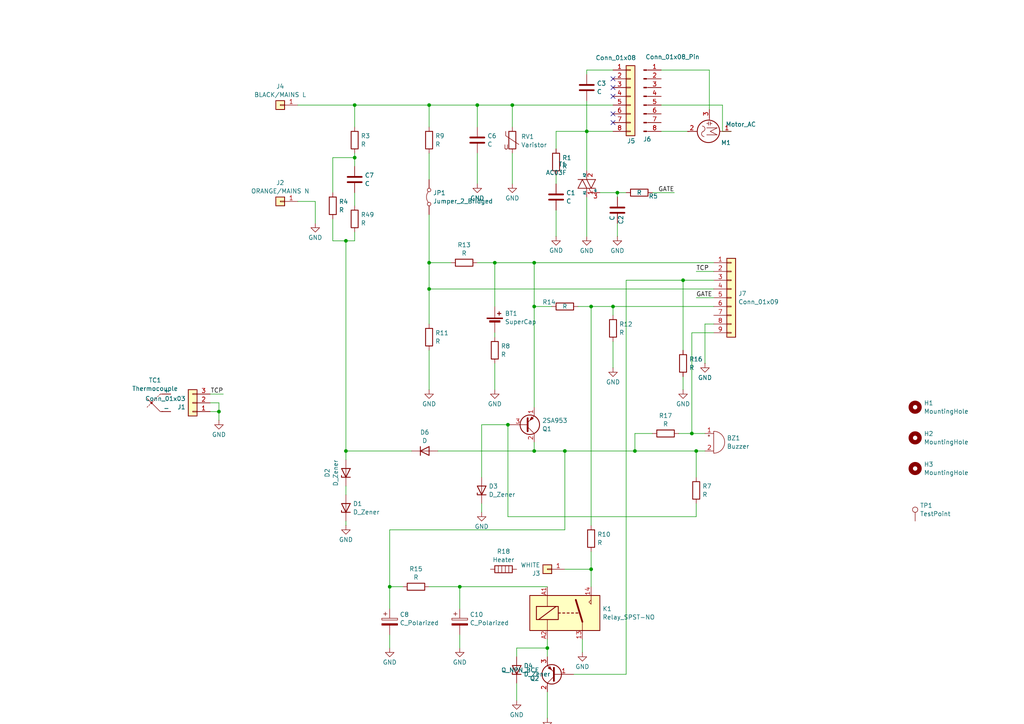
<source format=kicad_sch>
(kicad_sch (version 20231120) (generator "eeschema") (generator_version "8.0")
  (paper "A4")
  (lib_symbols
    (symbol "Connector:Conn_01x08_Pin" (pin_names (offset 1.016) hide)
      (property "Reference" "J" (at 0 10.16 0))
      (property "Value" "Conn_01x08_Pin" (at 0 -12.7 0))
      (symbol "Conn_01x08_Pin_1_1"
        (polyline (pts (xy 1.27 -10.16) (xy 0.8636 -10.16)) (stroke (width 0.1524)))
        (polyline (pts (xy 1.27 -7.62) (xy 0.8636 -7.62)) (stroke (width 0.1524)))
        (polyline (pts (xy 1.27 -5.08) (xy 0.8636 -5.08)) (stroke (width 0.1524)))
        (polyline (pts (xy 1.27 -2.54) (xy 0.8636 -2.54)) (stroke (width 0.1524)))
        (polyline (pts (xy 1.27 0) (xy 0.8636 0)) (stroke (width 0.1524)))
        (polyline (pts (xy 1.27 2.54) (xy 0.8636 2.54)) (stroke (width 0.1524)))
        (polyline (pts (xy 1.27 5.08) (xy 0.8636 5.08)) (stroke (width 0.1524)))
        (polyline (pts (xy 1.27 7.62) (xy 0.8636 7.62)) (stroke (width 0.1524)))
        (rectangle (start 0.8636 -10.033) (end 0 -10.287) (stroke (width 0.1524)) (fill (type outline)))
        (rectangle (start 0.8636 -7.493) (end 0 -7.747) (stroke (width 0.1524)) (fill (type outline)))
        (rectangle (start 0.8636 -4.953) (end 0 -5.207) (stroke (width 0.1524)) (fill (type outline)))
        (rectangle (start 0.8636 -2.413) (end 0 -2.667) (stroke (width 0.1524)) (fill (type outline)))
        (rectangle (start 0.8636 0.127) (end 0 -0.127) (stroke (width 0.1524)) (fill (type outline)))
        (rectangle (start 0.8636 2.667) (end 0 2.413) (stroke (width 0.1524)) (fill (type outline)))
        (rectangle (start 0.8636 5.207) (end 0 4.953) (stroke (width 0.1524)) (fill (type outline)))
        (rectangle (start 0.8636 7.747) (end 0 7.493) (stroke (width 0.1524)) (fill (type outline)))
        (pin passive line (at 5.08 7.62 180) (length 3.81) (name "Pin_1") (number "1"))
        (pin passive line (at 5.08 5.08 180) (length 3.81) (name "Pin_2") (number "2"))
        (pin passive line (at 5.08 2.54 180) (length 3.81) (name "Pin_3") (number "3"))
        (pin passive line (at 5.08 0 180) (length 3.81) (name "Pin_4") (number "4"))
        (pin passive line (at 5.08 -2.54 180) (length 3.81) (name "Pin_5") (number "5"))
        (pin passive line (at 5.08 -5.08 180) (length 3.81) (name "Pin_6") (number "6"))
        (pin passive line (at 5.08 -7.62 180) (length 3.81) (name "Pin_7") (number "7"))
        (pin passive line (at 5.08 -10.16 180) (length 3.81) (name "Pin_8") (number "8"))
      )
    )
    (symbol "Connector:TestPoint" (pin_numbers hide) (pin_names (offset 0.762) hide)
      (property "Reference" "TP" (at 0 6.858 0))
      (property "Value" "TestPoint" (at 0 5.08 0))
      (symbol "TestPoint_0_1"
        (circle (center 0 3.302) (radius 0.762))
      )
      (symbol "TestPoint_1_1"
        (pin passive line (at 0 0 90) (length 2.54) (name "1") (number "1"))
      )
    )
    (symbol "Connector_Generic:Conn_01x01" (pin_names (offset 1.016) hide)
      (property "Reference" "J" (at 0 2.54 0))
      (property "Value" "Conn_01x01" (at 0 -2.54 0))
      (symbol "Conn_01x01_1_1"
        (rectangle (start -1.27 0.127) (end 0 -0.127) (stroke (width 0.1524)))
        (rectangle (start -1.27 1.27) (end 1.27 -1.27) (stroke (width 0.254)) (fill (type background)))
        (pin passive line (at -5.08 0 0) (length 3.81) (name "Pin_1") (number "1"))
      )
    )
    (symbol "Connector_Generic:Conn_01x03" (pin_names (offset 1.016) hide)
      (property "Reference" "J" (at 0 5.08 0))
      (property "Value" "Conn_01x03" (at 0 -5.08 0))
      (symbol "Conn_01x03_1_1"
        (rectangle (start -1.27 -2.413) (end 0 -2.667) (stroke (width 0.1524)))
        (rectangle (start -1.27 0.127) (end 0 -0.127) (stroke (width 0.1524)))
        (rectangle (start -1.27 2.667) (end 0 2.413) (stroke (width 0.1524)))
        (rectangle (start -1.27 3.81) (end 1.27 -3.81) (stroke (width 0.254)) (fill (type background)))
        (pin passive line (at -5.08 2.54 0) (length 3.81) (name "Pin_1") (number "1"))
        (pin passive line (at -5.08 0 0) (length 3.81) (name "Pin_2") (number "2"))
        (pin passive line (at -5.08 -2.54 0) (length 3.81) (name "Pin_3") (number "3"))
      )
    )
    (symbol "Connector_Generic:Conn_01x08" (pin_names (offset 1.016) hide)
      (property "Reference" "J" (at 0 10.16 0))
      (property "Value" "Conn_01x08" (at 0 -12.7 0))
      (symbol "Conn_01x08_1_1"
        (rectangle (start -1.27 -10.033) (end 0 -10.287) (stroke (width 0.1524)))
        (rectangle (start -1.27 -7.493) (end 0 -7.747) (stroke (width 0.1524)))
        (rectangle (start -1.27 -4.953) (end 0 -5.207) (stroke (width 0.1524)))
        (rectangle (start -1.27 -2.413) (end 0 -2.667) (stroke (width 0.1524)))
        (rectangle (start -1.27 0.127) (end 0 -0.127) (stroke (width 0.1524)))
        (rectangle (start -1.27 2.667) (end 0 2.413) (stroke (width 0.1524)))
        (rectangle (start -1.27 5.207) (end 0 4.953) (stroke (width 0.1524)))
        (rectangle (start -1.27 7.747) (end 0 7.493) (stroke (width 0.1524)))
        (rectangle (start -1.27 8.89) (end 1.27 -11.43) (stroke (width 0.254)) (fill (type background)))
        (pin passive line (at -5.08 7.62 0) (length 3.81) (name "Pin_1") (number "1"))
        (pin passive line (at -5.08 5.08 0) (length 3.81) (name "Pin_2") (number "2"))
        (pin passive line (at -5.08 2.54 0) (length 3.81) (name "Pin_3") (number "3"))
        (pin passive line (at -5.08 0 0) (length 3.81) (name "Pin_4") (number "4"))
        (pin passive line (at -5.08 -2.54 0) (length 3.81) (name "Pin_5") (number "5"))
        (pin passive line (at -5.08 -5.08 0) (length 3.81) (name "Pin_6") (number "6"))
        (pin passive line (at -5.08 -7.62 0) (length 3.81) (name "Pin_7") (number "7"))
        (pin passive line (at -5.08 -10.16 0) (length 3.81) (name "Pin_8") (number "8"))
      )
    )
    (symbol "Connector_Generic:Conn_01x09" (pin_names (offset 1.016) hide)
      (property "Reference" "J" (at 0 12.7 0))
      (property "Value" "Conn_01x09" (at 0 -12.7 0))
      (symbol "Conn_01x09_1_1"
        (rectangle (start -1.27 -10.033) (end 0 -10.287) (stroke (width 0.1524)))
        (rectangle (start -1.27 -7.493) (end 0 -7.747) (stroke (width 0.1524)))
        (rectangle (start -1.27 -4.953) (end 0 -5.207) (stroke (width 0.1524)))
        (rectangle (start -1.27 -2.413) (end 0 -2.667) (stroke (width 0.1524)))
        (rectangle (start -1.27 0.127) (end 0 -0.127) (stroke (width 0.1524)))
        (rectangle (start -1.27 2.667) (end 0 2.413) (stroke (width 0.1524)))
        (rectangle (start -1.27 5.207) (end 0 4.953) (stroke (width 0.1524)))
        (rectangle (start -1.27 7.747) (end 0 7.493) (stroke (width 0.1524)))
        (rectangle (start -1.27 10.287) (end 0 10.033) (stroke (width 0.1524)))
        (rectangle (start -1.27 11.43) (end 1.27 -11.43) (stroke (width 0.254)) (fill (type background)))
        (pin passive line (at -5.08 10.16 0) (length 3.81) (name "Pin_1") (number "1"))
        (pin passive line (at -5.08 7.62 0) (length 3.81) (name "Pin_2") (number "2"))
        (pin passive line (at -5.08 5.08 0) (length 3.81) (name "Pin_3") (number "3"))
        (pin passive line (at -5.08 2.54 0) (length 3.81) (name "Pin_4") (number "4"))
        (pin passive line (at -5.08 0 0) (length 3.81) (name "Pin_5") (number "5"))
        (pin passive line (at -5.08 -2.54 0) (length 3.81) (name "Pin_6") (number "6"))
        (pin passive line (at -5.08 -5.08 0) (length 3.81) (name "Pin_7") (number "7"))
        (pin passive line (at -5.08 -7.62 0) (length 3.81) (name "Pin_8") (number "8"))
        (pin passive line (at -5.08 -10.16 0) (length 3.81) (name "Pin_9") (number "9"))
      )
    )
    (symbol "Device:Battery_Cell" (pin_numbers hide) (pin_names (offset 0) hide)
      (property "Reference" "BT" (at 2.54 2.54 0))
      (property "Value" "Battery_Cell" (at 2.54 0 0))
      (symbol "Battery_Cell_0_1"
        (rectangle (start -2.286 1.778) (end 2.286 1.524) (fill (type outline)))
        (rectangle (start -1.524 1.016) (end 1.524 0.508) (fill (type outline)))
        (polyline (pts (xy 0 0.762) (xy 0 0)))
        (polyline (pts (xy 0 1.778) (xy 0 2.54)))
        (polyline (pts (xy 0.762 3.048) (xy 1.778 3.048)) (stroke (width 0.254)))
        (polyline (pts (xy 1.27 3.556) (xy 1.27 2.54)) (stroke (width 0.254)))
      )
      (symbol "Battery_Cell_1_1"
        (pin passive line (at 0 5.08 270) (length 2.54) (name "+") (number "1"))
        (pin passive line (at 0 -2.54 90) (length 2.54) (name "-") (number "2"))
      )
    )
    (symbol "Device:Buzzer" (pin_names (offset 0.0254) hide)
      (property "Reference" "BZ" (at 3.81 1.27 0))
      (property "Value" "Buzzer" (at 3.81 -1.27 0))
      (symbol "Buzzer_0_1"
        (arc (start 0 -3.175) (mid 3.1612 0) (end 0 3.175))
        (polyline (pts (xy -1.651 1.905) (xy -1.143 1.905)))
        (polyline (pts (xy -1.397 2.159) (xy -1.397 1.651)))
        (polyline (pts (xy 0 3.175) (xy 0 -3.175)))
      )
      (symbol "Buzzer_1_1"
        (pin passive line (at -2.54 2.54 0) (length 2.54) (name "+") (number "1"))
        (pin passive line (at -2.54 -2.54 0) (length 2.54) (name "-") (number "2"))
      )
    )
    (symbol "Device:C" (pin_numbers hide) (pin_names (offset 0.254))
      (property "Reference" "C" (at 0.635 2.54 0))
      (property "Value" "C" (at 0.635 -2.54 0))
      (symbol "C_0_1"
        (polyline (pts (xy -2.032 -0.762) (xy 2.032 -0.762)) (stroke (width 0.508)))
        (polyline (pts (xy -2.032 0.762) (xy 2.032 0.762)) (stroke (width 0.508)))
      )
      (symbol "C_1_1"
        (pin passive line (at 0 3.81 270) (length 2.794) (name "~") (number "1"))
        (pin passive line (at 0 -3.81 90) (length 2.794) (name "~") (number "2"))
      )
    )
    (symbol "Device:C_Polarized" (pin_numbers hide) (pin_names (offset 0.254))
      (property "Reference" "C" (at 0.635 2.54 0))
      (property "Value" "C_Polarized" (at 0.635 -2.54 0))
      (symbol "C_Polarized_0_1"
        (rectangle (start -2.286 0.508) (end 2.286 1.016))
        (polyline (pts (xy -1.778 2.286) (xy -0.762 2.286)))
        (polyline (pts (xy -1.27 2.794) (xy -1.27 1.778)))
        (rectangle (start 2.286 -0.508) (end -2.286 -1.016) (fill (type outline)))
      )
      (symbol "C_Polarized_1_1"
        (pin passive line (at 0 3.81 270) (length 2.794) (name "~") (number "1"))
        (pin passive line (at 0 -3.81 90) (length 2.794) (name "~") (number "2"))
      )
    )
    (symbol "Device:D" (pin_numbers hide) (pin_names (offset 1.016) hide)
      (property "Reference" "D" (at 0 2.54 0))
      (property "Value" "D" (at 0 -2.54 0))
      (symbol "D_0_1"
        (polyline (pts (xy -1.27 1.27) (xy -1.27 -1.27)) (stroke (width 0.254)))
        (polyline (pts (xy 1.27 0) (xy -1.27 0)))
        (polyline (pts (xy 1.27 1.27) (xy 1.27 -1.27) (xy -1.27 0) (xy 1.27 1.27)) (stroke (width 0.254)))
      )
      (symbol "D_1_1"
        (pin passive line (at -3.81 0 0) (length 2.54) (name "K") (number "1"))
        (pin passive line (at 3.81 0 180) (length 2.54) (name "A") (number "2"))
      )
    )
    (symbol "Device:D_Zener" (pin_numbers hide) (pin_names (offset 1.016) hide)
      (property "Reference" "D" (at 0 2.54 0))
      (property "Value" "D_Zener" (at 0 -2.54 0))
      (symbol "D_Zener_0_1"
        (polyline (pts (xy 1.27 0) (xy -1.27 0)))
        (polyline (pts (xy -1.27 -1.27) (xy -1.27 1.27) (xy -0.762 1.27)) (stroke (width 0.254)))
        (polyline (pts (xy 1.27 -1.27) (xy 1.27 1.27) (xy -1.27 0) (xy 1.27 -1.27)) (stroke (width 0.254)))
      )
      (symbol "D_Zener_1_1"
        (pin passive line (at -3.81 0 0) (length 2.54) (name "K") (number "1"))
        (pin passive line (at 3.81 0 180) (length 2.54) (name "A") (number "2"))
      )
    )
    (symbol "Device:Heater" (pin_numbers hide) (pin_names (offset 0))
      (property "Reference" "R" (at 2.032 0 90))
      (property "Value" "Heater" (at -2.032 0 90))
      (symbol "Heater_0_1"
        (rectangle (start -1.016 -2.54) (end 1.016 2.54) (stroke (width 0.254)))
        (polyline (pts (xy -1.016 1.524) (xy 1.016 1.524)))
        (polyline (pts (xy 1.016 -1.524) (xy -1.016 -1.524)))
        (polyline (pts (xy 1.016 -0.508) (xy -1.016 -0.508)))
        (polyline (pts (xy 1.016 0.508) (xy -1.016 0.508)))
      )
      (symbol "Heater_1_1"
        (pin passive line (at 0 3.81 270) (length 1.27) (name "~") (number "1"))
        (pin passive line (at 0 -3.81 90) (length 1.27) (name "~") (number "2"))
      )
    )
    (symbol "Device:Q_PNP_BCE" (pin_names (offset 0) hide)
      (property "Reference" "Q" (at 5.08 1.27 0))
      (property "Value" "Q_PNP_BCE" (at 5.08 -1.27 0))
      (symbol "Q_PNP_BCE_0_1"
        (polyline (pts (xy 0.635 0.635) (xy 2.54 2.54)))
        (polyline (pts (xy 0.635 -0.635) (xy 2.54 -2.54) (xy 2.54 -2.54)))
        (polyline (pts (xy 0.635 1.905) (xy 0.635 -1.905) (xy 0.635 -1.905)) (stroke (width 0.508)))
        (polyline (pts (xy 2.286 -1.778) (xy 1.778 -2.286) (xy 1.27 -1.27) (xy 2.286 -1.778) (xy 2.286 -1.778)) (fill (type outline)))
        (circle (center 1.27 0) (radius 2.8194) (stroke (width 0.254)))
      )
      (symbol "Q_PNP_BCE_1_1"
        (pin input line (at -5.08 0 0) (length 5.715) (name "B") (number "1"))
        (pin passive line (at 2.54 5.08 270) (length 2.54) (name "C") (number "2"))
        (pin passive line (at 2.54 -5.08 90) (length 2.54) (name "E") (number "3"))
      )
    )
    (symbol "Device:Q_PNP_ECB" (pin_names (offset 0) hide)
      (property "Reference" "Q" (at 5.08 1.27 0))
      (property "Value" "Q_PNP_ECB" (at 5.08 -1.27 0))
      (symbol "Q_PNP_ECB_0_1"
        (polyline (pts (xy 0.635 0.635) (xy 2.54 2.54)))
        (polyline (pts (xy 0.635 -0.635) (xy 2.54 -2.54) (xy 2.54 -2.54)))
        (polyline (pts (xy 0.635 1.905) (xy 0.635 -1.905) (xy 0.635 -1.905)) (stroke (width 0.508)))
        (polyline (pts (xy 2.286 -1.778) (xy 1.778 -2.286) (xy 1.27 -1.27) (xy 2.286 -1.778) (xy 2.286 -1.778)) (fill (type outline)))
        (circle (center 1.27 0) (radius 2.8194) (stroke (width 0.254)))
      )
      (symbol "Q_PNP_ECB_1_1"
        (pin passive line (at 2.54 -5.08 90) (length 2.54) (name "E") (number "1"))
        (pin passive line (at 2.54 5.08 270) (length 2.54) (name "C") (number "2"))
        (pin input line (at -5.08 0 0) (length 5.715) (name "B") (number "3"))
      )
    )
    (symbol "Device:Q_TRIAC_A1A2G" (pin_names (offset 0))
      (property "Reference" "D" (at 3.175 0.635 0))
      (property "Value" "Q_TRIAC_A1A2G" (at 3.175 -1.27 0))
      (symbol "Q_TRIAC_A1A2G_0_1"
        (polyline (pts (xy -2.54 -1.27) (xy 2.54 -1.27)) (stroke (width 0.2032)))
        (polyline (pts (xy -2.54 1.27) (xy 2.54 1.27)) (stroke (width 0.2032)))
        (polyline (pts (xy -1.27 -2.54) (xy -0.635 -1.27)))
        (polyline (pts (xy -2.54 1.27) (xy -1.27 -1.27) (xy 0 1.27)) (stroke (width 0.2032)))
        (polyline (pts (xy 0 -1.27) (xy 1.27 1.27) (xy 2.54 -1.27)) (stroke (width 0.2032)))
      )
      (symbol "Q_TRIAC_A1A2G_1_1"
        (pin passive line (at 0 -3.81 90) (length 2.54) (name "A1") (number "1"))
        (pin passive line (at 0 3.81 270) (length 2.54) (name "A2") (number "2"))
        (pin input line (at -3.81 -2.54 0) (length 2.54) (name "G") (number "3"))
      )
    )
    (symbol "Device:R" (pin_numbers hide) (pin_names (offset 0))
      (property "Reference" "R" (at 2.032 0 90))
      (property "Value" "R" (at 0 0 90))
      (symbol "R_0_1"
        (rectangle (start -1.016 -2.54) (end 1.016 2.54) (stroke (width 0.254)))
      )
      (symbol "R_1_1"
        (pin passive line (at 0 3.81 270) (length 1.27) (name "~") (number "1"))
        (pin passive line (at 0 -3.81 90) (length 1.27) (name "~") (number "2"))
      )
    )
    (symbol "Device:Thermocouple" (pin_numbers hide) (pin_names (offset 0))
      (property "Reference" "TC" (at -3.048 3.81 0))
      (property "Value" "Thermocouple" (at -5.08 -4.064 0))
      (symbol "Thermocouple_0_1"
        (circle (center -3.048 0) (radius 0.254) (fill (type outline)))
        (polyline (pts (xy -4.064 -1.016) (xy -4.318 -1.27)))
        (polyline (pts (xy -3.556 -0.508) (xy -3.81 -0.762)))
        (polyline (pts (xy -3.048 0) (xy -3.302 -0.254)))
        (polyline (pts (xy -2.54 0.508) (xy -2.794 0.254)))
        (polyline (pts (xy -2.032 1.016) (xy -2.286 0.762)))
        (polyline (pts (xy -1.524 1.524) (xy -1.778 1.27)))
        (polyline (pts (xy -1.016 2.032) (xy -1.27 1.778)))
        (polyline (pts (xy -0.508 2.54) (xy -0.762 2.286)))
        (polyline (pts (xy 0 -2.54) (xy -0.254 -2.54)))
        (polyline (pts (xy 0 2.54) (xy -0.508 2.54)))
        (polyline (pts (xy 0.254 -2.54) (xy -0.508 -2.54) (xy -4.318 1.27)))
      )
      (symbol "Thermocouple_1_1"
        (pin passive line (at 2.54 2.54 180) (length 2.54) (name "+") (number "1"))
        (pin passive line (at 2.54 -2.54 180) (length 2.54) (name "-") (number "2"))
      )
    )
    (symbol "Device:Varistor" (pin_numbers hide) (pin_names (offset 0))
      (property "Reference" "RV" (at 3.175 0 90))
      (property "Value" "Varistor" (at -3.175 0 90))
      (symbol "Varistor_0_0"
        (text "U" (at -1.778 -2.032 0) (effects (font (size 1.27 1.27))))
      )
      (symbol "Varistor_0_1"
        (rectangle (start -1.016 -2.54) (end 1.016 2.54) (stroke (width 0.254)))
        (polyline (pts (xy -1.905 2.54) (xy -1.905 1.27) (xy 1.905 -1.27)))
      )
      (symbol "Varistor_1_1"
        (pin passive line (at 0 3.81 270) (length 1.27) (name "~") (number "1"))
        (pin passive line (at 0 -3.81 90) (length 1.27) (name "~") (number "2"))
      )
    )
    (symbol "Jumper:Jumper_2_Bridged" (pin_numbers hide) (pin_names (offset 0) hide) (exclude_from_sim yes)
      (property "Reference" "JP" (at 0 1.905 0))
      (property "Value" "Jumper_2_Bridged" (at 0 -2.54 0))
      (symbol "Jumper_2_Bridged_0_0"
        (circle (center -2.032 0) (radius 0.508))
        (circle (center 2.032 0) (radius 0.508))
      )
      (symbol "Jumper_2_Bridged_0_1"
        (arc (start 1.524 0.254) (mid 0 0.762) (end -1.524 0.254))
      )
      (symbol "Jumper_2_Bridged_1_1"
        (pin passive line (at -5.08 0 0) (length 2.54) (name "A") (number "1"))
        (pin passive line (at 5.08 0 180) (length 2.54) (name "B") (number "2"))
      )
    )
    (symbol "Mechanical:MountingHole" (pin_names (offset 1.016)) (exclude_from_sim yes) (in_bom no)
      (property "Reference" "H" (at 0 5.08 0))
      (property "Value" "MountingHole" (at 0 3.175 0))
      (symbol "MountingHole_0_1"
        (circle (center 0 0) (radius 1.27) (stroke (width 1.27)))
      )
    )
    (symbol "Relay:Relay_SPST-NO"
      (property "Reference" "K" (at 11.43 3.81 0))
      (property "Value" "Relay_SPST-NO" (at 11.43 1.27 0))
      (symbol "Relay_SPST-NO_0_0"
        (polyline (pts (xy 7.62 5.08) (xy 7.62 2.54) (xy 6.985 3.175) (xy 7.62 3.81)))
      )
      (symbol "Relay_SPST-NO_0_1"
        (rectangle (start -10.16 5.08) (end 10.16 -5.08) (stroke (width 0.254)) (fill (type background)))
        (rectangle (start -8.255 1.905) (end -1.905 -1.905) (stroke (width 0.254)))
        (polyline (pts (xy -7.62 -1.905) (xy -2.54 1.905)) (stroke (width 0.254)))
        (polyline (pts (xy -5.08 -5.08) (xy -5.08 -1.905)))
        (polyline (pts (xy -5.08 5.08) (xy -5.08 1.905)))
        (polyline (pts (xy -1.905 0) (xy -1.27 0)) (stroke (width 0.254)))
        (polyline (pts (xy -0.635 0) (xy 0 0)) (stroke (width 0.254)))
        (polyline (pts (xy 0.635 0) (xy 1.27 0)) (stroke (width 0.254)))
        (polyline (pts (xy 1.905 0) (xy 2.54 0)) (stroke (width 0.254)))
        (polyline (pts (xy 3.175 0) (xy 3.81 0)) (stroke (width 0.254)))
        (polyline (pts (xy 5.08 -2.54) (xy 3.175 3.81)) (stroke (width 0.508)))
        (polyline (pts (xy 5.08 -2.54) (xy 5.08 -5.08)))
      )
      (symbol "Relay_SPST-NO_1_1"
        (pin passive line (at 5.08 -7.62 90) (length 2.54) (name "~") (number "13"))
        (pin passive line (at 7.62 7.62 270) (length 2.54) (name "~") (number "14"))
        (pin passive line (at -5.08 7.62 270) (length 2.54) (name "~") (number "A1"))
        (pin passive line (at -5.08 -7.62 90) (length 2.54) (name "~") (number "A2"))
      )
    )
    (symbol "local:Motor_AC" (pin_names (offset 0))
      (property "Reference" "M" (at 2.54 2.54 0))
      (property "Value" "Motor_AC" (at 2.54 -5.08 0))
      (symbol "Motor_AC_0_0"
        (arc (start -1.524 -2.794) (mid -0.8654 -3.5217) (end 0 -3.048))
        (polyline (pts (xy -1.016 -2.032) (xy -1.016 1.016) (xy 0 -1.016) (xy 1.016 1.016) (xy 1.016 -2.032)))
        (arc (start 1.524 -3.302) (mid 0.85 -2.5503) (end 0 -3.048))
      )
      (symbol "Motor_AC_0_1"
        (circle (center 0 -1.524) (radius 3.2512) (stroke (width 0.254)))
        (polyline (pts (xy 0 -7.62) (xy 0 -7.112)))
        (polyline (pts (xy 0 -4.7752) (xy 0 -5.1816)))
        (polyline (pts (xy 0 1.7272) (xy 0 2.0828)))
        (polyline (pts (xy 0 2.032) (xy 0 2.54)))
        (polyline (pts (xy 1.778 -1.524) (xy 2.794 -1.524)))
        (polyline (pts (xy 1.778 -1.016) (xy 2.794 -1.016)))
        (polyline (pts (xy 2.286 -1.524) (xy 2.286 -2.032)))
        (polyline (pts (xy 2.286 -1.016) (xy 2.286 -0.508)))
        (polyline (pts (xy 3.81 -1.27) (xy 3.302 -1.27)))
      )
      (symbol "Motor_AC_1_1"
        (pin passive line (at 0 5.08 270) (length 2.54) (name "~") (number "1"))
        (pin passive line (at 0 -7.62 90) (length 2.54) (name "~") (number "2"))
        (pin passive line (at 6.35 -1.27 180) (length 2.54) (name "~") (number "3"))
      )
    )
    (symbol "power:GND" (power) (pin_numbers hide) (pin_names (offset 0) hide)
      (property "Value" "GND" (at 0 -3.81 0))
      (symbol "GND_0_1"
        (polyline (pts (xy 0 0) (xy 0 -1.27) (xy 1.27 -1.27) (xy 0 -2.54) (xy -1.27 -1.27) (xy 0 -1.27)))
      )
      (symbol "GND_1_1"
        (pin power_in line (at 0 0 270) (length 0) (name "~") (number "1"))
      )
    )
  )
  (junction (at 124.46 76.2))
  (junction (at 63.5 119.38))
  (junction (at 124.46 30.48))
  (junction (at 154.94 76.2))
  (junction (at 201.93 130.81))
  (junction (at 102.87 45.72))
  (junction (at 102.87 30.48))
  (junction (at 124.46 83.82))
  (junction (at 100.33 69.85))
  (junction (at 100.33 130.81))
  (junction (at 113.03 170.18))
  (junction (at 158.75 187.96))
  (junction (at 177.8 88.9))
  (junction (at 148.59 30.48))
  (junction (at 154.94 88.9))
  (junction (at 163.83 130.81))
  (junction (at 179.07 55.88))
  (junction (at 171.45 165.1))
  (junction (at 198.12 81.28))
  (junction (at 171.45 88.9))
  (junction (at 133.35 170.18))
  (junction (at 138.43 30.48))
  (junction (at 170.18 38.1))
  (junction (at 154.94 130.81))
  (junction (at 147.32 123.19))
  (junction (at 184.15 130.81))
  (junction (at 143.51 76.2))
  (junction (at 200.66 125.73))
  (no_connect (at 177.8 35.56))
  (no_connect (at 177.8 27.94))
  (no_connect (at 177.8 22.86))
  (no_connect (at 177.8 33.02))
  (no_connect (at 177.8 25.4))
  (wire (pts (xy 139.7 146.05) (xy 139.7 148.59)))
  (wire (pts (xy 100.33 133.35) (xy 100.33 130.81)))
  (wire (pts (xy 60.96 116.84) (xy 63.5 116.84)))
  (wire (pts (xy 139.7 123.19) (xy 147.32 123.19)))
  (wire (pts (xy 163.83 130.81) (xy 184.15 130.81)))
  (wire (pts (xy 138.43 76.2) (xy 143.51 76.2)))
  (wire (pts (xy 148.59 44.45) (xy 148.59 53.34)))
  (wire (pts (xy 170.18 38.1) (xy 177.8 38.1)))
  (wire (pts (xy 100.33 69.85) (xy 102.87 69.85)))
  (wire (pts (xy 124.46 83.82) (xy 124.46 93.98)))
  (wire (pts (xy 154.94 130.81) (xy 154.94 128.27)))
  (wire (pts (xy 171.45 152.4) (xy 171.45 88.9)))
  (wire (pts (xy 179.07 64.77) (xy 179.07 68.58)))
  (wire (pts (xy 96.52 45.72) (xy 102.87 45.72)))
  (wire (pts (xy 148.59 30.48) (xy 138.43 30.48)))
  (wire (pts (xy 168.91 185.42) (xy 168.91 189.23)))
  (wire (pts (xy 96.52 69.85) (xy 100.33 69.85)))
  (wire (pts (xy 158.75 200.66) (xy 158.75 208.28)))
  (wire (pts (xy 147.32 123.19) (xy 147.32 149.86)))
  (wire (pts (xy 124.46 76.2) (xy 130.81 76.2)))
  (wire (pts (xy 124.46 30.48) (xy 124.46 36.83)))
  (wire (pts (xy 143.51 76.2) (xy 154.94 76.2)))
  (wire (pts (xy 198.12 81.28) (xy 181.61 81.28)))
  (wire (pts (xy 133.35 170.18) (xy 158.75 170.18)))
  (wire (pts (xy 63.5 116.84) (xy 63.5 119.38)))
  (wire (pts (xy 205.74 20.32) (xy 205.74 31.75)))
  (wire (pts (xy 149.86 187.96) (xy 158.75 187.96)))
  (wire (pts (xy 113.03 153.67) (xy 163.83 153.67)))
  (wire (pts (xy 198.12 81.28) (xy 198.12 101.6)))
  (wire (pts (xy 138.43 30.48) (xy 124.46 30.48)))
  (wire (pts (xy 161.29 38.1) (xy 170.18 38.1)))
  (wire (pts (xy 102.87 36.83) (xy 102.87 30.48)))
  (wire (pts (xy 154.94 76.2) (xy 207.01 76.2)))
  (wire (pts (xy 184.15 130.81) (xy 201.93 130.81)))
  (wire (pts (xy 170.18 57.15) (xy 170.18 68.58)))
  (wire (pts (xy 181.61 81.28) (xy 181.61 195.58)))
  (wire (pts (xy 171.45 88.9) (xy 177.8 88.9)))
  (wire (pts (xy 102.87 69.85) (xy 102.87 67.31)))
  (wire (pts (xy 171.45 165.1) (xy 163.83 165.1)))
  (wire (pts (xy 189.23 125.73) (xy 184.15 125.73)))
  (wire (pts (xy 161.29 43.18) (xy 161.29 38.1)))
  (wire (pts (xy 96.52 45.72) (xy 96.52 55.88)))
  (wire (pts (xy 189.23 55.88) (xy 195.58 55.88)))
  (wire (pts (xy 96.52 63.5) (xy 96.52 69.85)))
  (wire (pts (xy 143.51 96.52) (xy 143.51 97.79)))
  (wire (pts (xy 204.47 125.73) (xy 200.66 125.73)))
  (wire (pts (xy 86.36 30.48) (xy 102.87 30.48)))
  (wire (pts (xy 170.18 29.21) (xy 170.18 38.1)))
  (wire (pts (xy 177.8 99.06) (xy 177.8 106.68)))
  (wire (pts (xy 124.46 44.45) (xy 124.46 52.07)))
  (wire (pts (xy 127 130.81) (xy 154.94 130.81)))
  (wire (pts (xy 204.47 93.98) (xy 204.47 105.41)))
  (wire (pts (xy 60.96 114.3) (xy 64.77 114.3)))
  (wire (pts (xy 133.35 184.15) (xy 133.35 187.96)))
  (wire (pts (xy 158.75 185.42) (xy 158.75 187.96)))
  (wire (pts (xy 133.35 170.18) (xy 133.35 176.53)))
  (wire (pts (xy 113.03 184.15) (xy 113.03 187.96)))
  (wire (pts (xy 124.46 76.2) (xy 124.46 83.82)))
  (wire (pts (xy 86.36 58.42) (xy 91.44 58.42)))
  (wire (pts (xy 179.07 55.88) (xy 181.61 55.88)))
  (wire (pts (xy 204.47 93.98) (xy 207.01 93.98)))
  (wire (pts (xy 100.33 151.13) (xy 100.33 152.4)))
  (wire (pts (xy 166.37 195.58) (xy 181.61 195.58)))
  (wire (pts (xy 201.93 149.86) (xy 201.93 146.05)))
  (wire (pts (xy 124.46 62.23) (xy 124.46 76.2)))
  (wire (pts (xy 100.33 140.97) (xy 100.33 143.51)))
  (wire (pts (xy 209.55 38.1) (xy 212.09 38.1)))
  (wire (pts (xy 113.03 176.53) (xy 113.03 170.18)))
  (wire (pts (xy 124.46 83.82) (xy 207.01 83.82)))
  (wire (pts (xy 209.55 30.48) (xy 209.55 38.1)))
  (wire (pts (xy 149.86 198.12) (xy 149.86 203.2)))
  (wire (pts (xy 154.94 88.9) (xy 154.94 118.11)))
  (wire (pts (xy 201.93 130.81) (xy 201.93 138.43)))
  (wire (pts (xy 177.8 88.9) (xy 207.01 88.9)))
  (wire (pts (xy 171.45 160.02) (xy 171.45 165.1)))
  (wire (pts (xy 154.94 88.9) (xy 154.94 76.2)))
  (wire (pts (xy 209.55 30.48) (xy 191.77 30.48)))
  (wire (pts (xy 204.47 130.81) (xy 201.93 130.81)))
  (wire (pts (xy 171.45 165.1) (xy 171.45 170.18)))
  (wire (pts (xy 177.8 88.9) (xy 177.8 91.44)))
  (wire (pts (xy 161.29 50.8) (xy 161.29 53.34)))
  (wire (pts (xy 167.64 88.9) (xy 171.45 88.9)))
  (wire (pts (xy 100.33 130.81) (xy 100.33 69.85)))
  (wire (pts (xy 199.39 38.1) (xy 191.77 38.1)))
  (wire (pts (xy 170.18 20.32) (xy 177.8 20.32)))
  (wire (pts (xy 163.83 153.67) (xy 163.83 130.81)))
  (wire (pts (xy 139.7 138.43) (xy 139.7 123.19)))
  (wire (pts (xy 63.5 119.38) (xy 63.5 121.92)))
  (wire (pts (xy 200.66 96.52) (xy 207.01 96.52)))
  (wire (pts (xy 91.44 58.42) (xy 91.44 64.77)))
  (wire (pts (xy 207.01 81.28) (xy 198.12 81.28)))
  (wire (pts (xy 173.99 55.88) (xy 179.07 55.88)))
  (wire (pts (xy 143.51 76.2) (xy 143.51 88.9)))
  (wire (pts (xy 113.03 170.18) (xy 116.84 170.18)))
  (wire (pts (xy 102.87 44.45) (xy 102.87 45.72)))
  (wire (pts (xy 184.15 125.73) (xy 184.15 130.81)))
  (wire (pts (xy 138.43 44.45) (xy 138.43 53.34)))
  (wire (pts (xy 200.66 96.52) (xy 200.66 125.73)))
  (wire (pts (xy 154.94 88.9) (xy 160.02 88.9)))
  (wire (pts (xy 124.46 170.18) (xy 133.35 170.18)))
  (wire (pts (xy 158.75 187.96) (xy 158.75 190.5)))
  (wire (pts (xy 201.93 78.74) (xy 207.01 78.74)))
  (wire (pts (xy 179.07 55.88) (xy 179.07 57.15)))
  (wire (pts (xy 113.03 153.67) (xy 113.03 170.18)))
  (wire (pts (xy 147.32 149.86) (xy 201.93 149.86)))
  (wire (pts (xy 170.18 21.59) (xy 170.18 20.32)))
  (wire (pts (xy 102.87 30.48) (xy 124.46 30.48)))
  (wire (pts (xy 201.93 86.36) (xy 207.01 86.36)))
  (wire (pts (xy 148.59 30.48) (xy 148.59 36.83)))
  (wire (pts (xy 161.29 60.96) (xy 161.29 68.58)))
  (wire (pts (xy 191.77 20.32) (xy 205.74 20.32)))
  (wire (pts (xy 196.85 125.73) (xy 200.66 125.73)))
  (wire (pts (xy 154.94 130.81) (xy 163.83 130.81)))
  (wire (pts (xy 100.33 130.81) (xy 119.38 130.81)))
  (wire (pts (xy 170.18 38.1) (xy 170.18 49.53)))
  (wire (pts (xy 198.12 109.22) (xy 198.12 113.03)))
  (wire (pts (xy 63.5 119.38) (xy 60.96 119.38)))
  (wire (pts (xy 149.86 190.5) (xy 149.86 187.96)))
  (wire (pts (xy 102.87 55.88) (xy 102.87 59.69)))
  (wire (pts (xy 138.43 30.48) (xy 138.43 36.83)))
  (wire (pts (xy 143.51 105.41) (xy 143.51 113.03)))
  (wire (pts (xy 124.46 101.6) (xy 124.46 113.03)))
  (wire (pts (xy 148.59 30.48) (xy 177.8 30.48)))
  (wire (pts (xy 102.87 45.72) (xy 102.87 48.26)))
  (label "GATE" (at 195.58 55.88 180))
  (label "TCP" (at 64.77 114.3 180))
  (label "TCP" (at 201.93 78.74 0))
  (label "GATE" (at 201.93 86.36 0))
  (symbol (lib_id "Device:R") (at 193.04 125.73 270) (mirror x) (unit 1)
    (property "Reference" "R17" (at 193.04 120.5695 90))
    (property "Value" "R" (at 193.04 122.9938 90))
    (property "Footprint" "Resistor_SMD:R_1206_3216Metric" (effects (hide yes)))
    (property "Description" "Resistor" (effects (hide yes)))
  )
  (symbol (lib_id "Device:R") (at 134.62 76.2 90) (unit 1)
    (property "Reference" "R13" (at 134.62 71.0395 90))
    (property "Value" "R" (at 134.62 73.4638 90))
    (property "Footprint" "Resistor_THT:R_Axial_DIN0204_L3.6mm_D1.6mm_P5.08mm_Horizontal" (effects (hide yes)))
    (property "Description" "Resistor" (effects (hide yes)))
  )
  (symbol (lib_id "Device:R") (at 96.52 59.69 180) (unit 1)
    (property "Reference" "R4" (at 98.298 58.4778 0) (effects (justify right)))
    (property "Value" "R" (at 98.298 60.9021 0) (effects (justify right)))
    (property "Footprint" "Resistor_THT:R_Axial_DIN0207_L6.3mm_D2.5mm_P10.16mm_Horizontal" (effects (hide yes)))
    (property "Description" "Resistor" (effects (hide yes)))
  )
  (symbol (lib_id "Device:Q_TRIAC_A1A2G") (at 170.18 53.34 0) (mirror y) (unit 1)
    (property "Reference" "T1" (at 164.3634 47.632 0) (effects (justify left)))
    (property "Value" "AC03F" (at 164.3634 50.0563 0) (effects (justify left)))
    (property "Footprint" "local:TO-202AA" (effects (hide yes)))
    (property "Description" "Triode for alternating current, anode1/anode2/gate" (effects (hide yes)))
    (property "info" "https://grabcad.com/library/transistor-to-202-case-style-1" (effects (hide yes)))
  )
  (symbol (lib_id "Device:D_Zener") (at 139.7 142.24 90) (unit 1)
    (property "Reference" "D3" (at 141.732 141.0278 90) (effects (justify right)))
    (property "Value" "D_Zener" (at 141.732 143.4521 90) (effects (justify right)))
    (property "Footprint" "Diode_THT:D_T-1_P5.08mm_Horizontal" (effects (hide yes)))
    (property "Description" "Zener diode" (effects (hide yes)))
  )
  (symbol (lib_id "Device:R") (at 124.46 40.64 0) (unit 1)
    (property "Reference" "R9" (at 126.238 39.4278 0) (effects (justify left)))
    (property "Value" "R" (at 126.238 41.8521 0) (effects (justify left)))
    (property "Footprint" "Resistor_THT:R_Axial_DIN0207_L6.3mm_D2.5mm_P10.16mm_Horizontal" (effects (hide yes)))
    (property "Description" "Resistor" (effects (hide yes)))
  )
  (symbol (lib_id "Device:D_Zener") (at 100.33 147.32 90) (unit 1)
    (property "Reference" "D1" (at 102.362 146.1078 90) (effects (justify right)))
    (property "Value" "D_Zener" (at 102.362 148.5321 90) (effects (justify right)))
    (property "Footprint" "Diode_THT:D_DO-41_SOD81_P10.16mm_Horizontal" (effects (hide yes)))
    (property "Description" "Zener diode" (effects (hide yes)))
  )
  (symbol (lib_id "Device:R") (at 163.83 88.9 90) (unit 1)
    (property "Reference" "R14" (at 159.258 87.63 90))
    (property "Value" "R" (at 163.83 88.9 90))
    (property "Footprint" "Resistor_SMD:R_1206_3216Metric" (effects (hide yes)))
    (property "Description" "Resistor" (effects (hide yes)))
  )
  (symbol (lib_id "Device:Q_PNP_BCE") (at 161.29 195.58 180) (unit 1)
    (property "Reference" "Q2" (at 156.4386 196.7922 0) (effects (justify left)))
    (property "Value" "Q_NPN_BCE" (at 156.4386 194.3679 0) (effects (justify left)))
    (property "Footprint" "Package_TO_SOT_SMD:SOT-23_Handsoldering" (effects (hide yes)))
    (property "Description" "PNP transistor, base/collector/emitter" (effects (hide yes)))
  )
  (symbol (lib_id "Device:Heater") (at 146.05 165.1 90) (unit 1)
    (property "Reference" "R18" (at 146.05 159.9395 90))
    (property "Value" "Heater" (at 146.05 162.3638 90))
    (property "Description" "Resistive heater" (effects (hide yes)))
  )
  (symbol (lib_id "Mechanical:MountingHole") (at 265.43 118.11 0) (unit 1) (exclude_from_sim yes) (in_bom no)
    (property "Reference" "H1" (at 267.97 116.8978 0) (effects (justify left)))
    (property "Value" "MountingHole" (at 267.97 119.3221 0) (effects (justify left)))
    (property "Footprint" "MountingHole:MountingHole_3.7mm" (effects (hide yes)))
    (property "Description" "Mounting Hole without connection" (effects (hide yes)))
  )
  (symbol (lib_id "Device:Buzzer") (at 207.01 128.27 0) (unit 1)
    (property "Reference" "BZ1" (at 210.8062 127.0578 0) (effects (justify left)))
    (property "Value" "Buzzer" (at 210.8062 129.4821 0) (effects (justify left)))
    (property "Footprint" "Buzzer_Beeper:MagneticBuzzer_CUI_CST-931RP-A" (effects (hide yes)))
    (property "Description" "Buzzer, polarized" (effects (hide yes)))
  )
  (symbol (lib_id "local:Motor_AC") (at 207.01 38.1 270) (mirror x) (unit 1)
    (property "Reference" "M1" (at 210.566 41.402 90))
    (property "Value" "Motor_AC" (at 214.884 36.068 90))
    (property "Description" "AC Motor" (effects (hide yes)))
  )
  (symbol (lib_id "Device:Varistor") (at 148.59 40.64 0) (unit 1)
    (property "Reference" "RV1" (at 151.13 39.6211 0) (effects (justify left)))
    (property "Value" "Varistor" (at 151.13 42.0454 0) (effects (justify left)))
    (property "Footprint" "Varistor:RV_Disc_D9mm_W5.2mm_P5mm" (effects (hide yes)))
    (property "Description" "Voltage dependent resistor" (effects (hide yes)))
    (property "Sim.Name" "kicad_builtin_varistor" (effects (hide yes)))
    (property "Sim.Device" "SUBCKT" (effects (hide yes)))
    (property "Sim.Pins" "1=A 2=B" (effects (hide yes)))
    (property "Sim.Params" "threshold=1k" (effects (hide yes)))
    (property "Sim.Library" "${KICAD7_SYMBOL_DIR}/Simulation_SPICE.sp" (effects (hide yes)))
  )
  (symbol (lib_id "Device:R") (at 185.42 55.88 270) (unit 1)
    (property "Reference" "R5" (at 189.484 56.896 90))
    (property "Value" "R" (at 185.42 55.88 90))
    (property "Footprint" "Resistor_SMD:R_1206_3216Metric" (effects (hide yes)))
    (property "Description" "Resistor" (effects (hide yes)))
  )
  (symbol (lib_id "Device:Thermocouple") (at 46.99 116.84 0) (unit 1)
    (property "Reference" "TC1" (at 44.958 110.2825 0))
    (property "Value" "Thermocouple" (at 44.958 112.7068 0))
    (property "Description" "Thermocouple" (effects (hide yes)))
  )
  (symbol (lib_id "Device:R") (at 161.29 46.99 180) (unit 1)
    (property "Reference" "R1" (at 163.068 45.7778 0) (effects (justify right)))
    (property "Value" "R" (at 163.068 48.2021 0) (effects (justify right)))
    (property "Footprint" "Resistor_THT:R_Axial_DIN0207_L6.3mm_D2.5mm_P10.16mm_Horizontal" (effects (hide yes)))
    (property "Description" "Resistor" (effects (hide yes)))
  )
  (symbol (lib_id "Connector_Generic:Conn_01x03") (at 55.88 116.84 180) (unit 1)
    (property "Reference" "J1" (at 53.848 118.0522 0) (effects (justify left)))
    (property "Value" "Conn_01x03" (at 53.848 115.6279 0) (effects (justify left)))
    (property "Footprint" "Connector_PinHeader_2.54mm:PinHeader_1x03_P2.54mm_Vertical" (effects (hide yes)))
    (property "Description" "Generic connector, single row, 01x03, script generated (kicad-library-utils/schlib/autogen/connector/)" (effects (hide yes)))
  )
  (symbol (lib_id "Device:C") (at 179.07 60.96 0) (unit 1)
    (property "Reference" "C2" (at 180.086 63.754 90))
    (property "Value" "C" (at 177.546 63.246 90))
    (property "Footprint" "Capacitor_SMD:C_0805_2012Metric" (effects (hide yes)))
    (property "Description" "Unpolarized capacitor" (effects (hide yes)))
  )
  (symbol (lib_id "Connector_Generic:Conn_01x01") (at 158.75 165.1 180) (unit 1)
    (property "Reference" "J3" (at 156.718 166.3122 0) (effects (justify left)))
    (property "Value" "WHITE" (at 156.718 163.8879 0) (effects (justify left)))
    (property "Footprint" "Connector_Wire:SolderWire-2sqmm_1x01_D2mm_OD3.9mm" (effects (hide yes)))
    (property "Description" "Generic connector, single row, 01x01, script generated (kicad-library-utils/schlib/autogen/connector/)" (effects (hide yes)))
  )
  (symbol (lib_id "Device:C_Polarized") (at 113.03 180.34 0) (unit 1)
    (property "Reference" "C8" (at 115.951 178.2388 0) (effects (justify left)))
    (property "Value" "C_Polarized" (at 115.951 180.6631 0) (effects (justify left)))
    (property "Footprint" "Capacitor_THT:C_Radial_D10.0mm_H12.5mm_P5.00mm" (effects (hide yes)))
    (property "Description" "Polarized capacitor" (effects (hide yes)))
  )
  (symbol (lib_id "power:GND") (at 133.35 187.96 0) (unit 1)
    (property "Reference" "#PWR019" (effects (hide yes)))
    (property "Value" "GND" (at 133.35 192.0931 0))
    (property "Description" "Power symbol creates a global label with name \"GND\" , ground" (effects (hide yes)))
  )
  (symbol (lib_id "power:GND") (at 143.51 113.03 0) (unit 1)
    (property "Reference" "#PWR010" (effects (hide yes)))
    (property "Value" "GND" (at 143.51 117.1631 0))
    (property "Description" "Power symbol creates a global label with name \"GND\" , ground" (effects (hide yes)))
  )
  (symbol (lib_id "Device:D_Zener") (at 100.33 137.16 90) (unit 1)
    (property "Reference" "D2" (at 94.9155 137.16 0))
    (property "Value" "D_Zener" (at 97.3398 137.16 0))
    (property "Footprint" "Diode_THT:D_DO-41_SOD81_P10.16mm_Horizontal" (effects (hide yes)))
    (property "Description" "Zener diode" (effects (hide yes)))
  )
  (symbol (lib_id "Connector_Generic:Conn_01x09") (at 212.09 86.36 0) (unit 1)
    (property "Reference" "J7" (at 214.122 85.1478 0) (effects (justify left)))
    (property "Value" "Conn_01x09" (at 214.122 87.5721 0) (effects (justify left)))
    (property "Footprint" "Connector_JST:JST_ZE_B09B-ZESK-D_1x09_P1.50mm_Vertical" (effects (hide yes)))
    (property "Description" "Generic connector, single row, 01x09, script generated (kicad-library-utils/schlib/autogen/connector/)" (effects (hide yes)))
  )
  (symbol (lib_id "Connector_Generic:Conn_01x01") (at 81.28 58.42 0) (mirror y) (unit 1)
    (property "Reference" "J2" (at 81.28 53.0055 0))
    (property "Value" "ORANGE/MAINS N" (at 81.28 55.4298 0))
    (property "Footprint" "Connector_Wire:SolderWire-2sqmm_1x01_D2mm_OD3.9mm" (effects (hide yes)))
    (property "Description" "Generic connector, single row, 01x01, script generated (kicad-library-utils/schlib/autogen/connector/)" (effects (hide yes)))
  )
  (symbol (lib_id "power:GND") (at 158.75 208.28 0) (unit 1)
    (property "Reference" "#PWR013" (effects (hide yes)))
    (property "Value" "GND" (at 158.75 212.4131 0))
    (property "Description" "Power symbol creates a global label with name \"GND\" , ground" (effects (hide yes)))
  )
  (symbol (lib_id "power:GND") (at 177.8 106.68 0) (unit 1)
    (property "Reference" "#PWR011" (effects (hide yes)))
    (property "Value" "GND" (at 177.8 110.8131 0))
    (property "Description" "Power symbol creates a global label with name \"GND\" , ground" (effects (hide yes)))
  )
  (symbol (lib_id "power:GND") (at 124.46 113.03 0) (unit 1)
    (property "Reference" "#PWR07" (effects (hide yes)))
    (property "Value" "GND" (at 124.46 117.1631 0))
    (property "Description" "Power symbol creates a global label with name \"GND\" , ground" (effects (hide yes)))
  )
  (symbol (lib_id "power:GND") (at 179.07 68.58 0) (unit 1)
    (property "Reference" "#PWR06" (effects (hide yes)))
    (property "Value" "GND" (at 179.07 72.7131 0))
    (property "Description" "Power symbol creates a global label with name \"GND\" , ground" (effects (hide yes)))
  )
  (symbol (lib_id "Device:Battery_Cell") (at 143.51 93.98 0) (unit 1)
    (property "Reference" "BT1" (at 146.431 90.9263 0) (effects (justify left)))
    (property "Value" "SuperCap" (at 146.431 93.3506 0) (effects (justify left)))
    (property "Footprint" "Capacitor_THT:DX_5R5VxxxxU_D11.5mm_P5.00mm" (effects (hide yes)))
    (property "Description" "Single-cell battery" (effects (hide yes)))
  )
  (symbol (lib_id "Mechanical:MountingHole") (at 265.43 135.89 0) (unit 1) (exclude_from_sim yes) (in_bom no)
    (property "Reference" "H3" (at 267.97 134.6778 0) (effects (justify left)))
    (property "Value" "MountingHole" (at 267.97 137.1021 0) (effects (justify left)))
    (property "Footprint" "MountingHole:MountingHole_3.7mm" (effects (hide yes)))
    (property "Description" "Mounting Hole without connection" (effects (hide yes)))
  )
  (symbol (lib_id "power:GND") (at 148.59 53.34 0) (unit 1)
    (property "Reference" "#PWR02" (effects (hide yes)))
    (property "Value" "GND" (at 148.59 57.4731 0))
    (property "Description" "Power symbol creates a global label with name \"GND\" , ground" (effects (hide yes)))
  )
  (symbol (lib_id "Device:R") (at 201.93 142.24 180) (unit 1)
    (property "Reference" "R7" (at 203.708 141.0278 0) (effects (justify right)))
    (property "Value" "R" (at 203.708 143.4521 0) (effects (justify right)))
    (property "Footprint" "Resistor_SMD:R_1206_3216Metric" (effects (hide yes)))
    (property "Description" "Resistor" (effects (hide yes)))
  )
  (symbol (lib_id "power:GND") (at 149.86 203.2 0) (unit 1)
    (property "Reference" "#PWR018" (effects (hide yes)))
    (property "Value" "GND" (at 149.86 207.3331 0))
    (property "Description" "Power symbol creates a global label with name \"GND\" , ground" (effects (hide yes)))
  )
  (symbol (lib_id "power:GND") (at 138.43 53.34 0) (unit 1)
    (property "Reference" "#PWR03" (effects (hide yes)))
    (property "Value" "GND" (at 138.43 57.4731 0))
    (property "Description" "Power symbol creates a global label with name \"GND\" , ground" (effects (hide yes)))
  )
  (symbol (lib_id "Connector_Generic:Conn_01x01") (at 81.28 30.48 180) (unit 1)
    (property "Reference" "J4" (at 81.28 25.0655 0))
    (property "Value" "BLACK/MAINS L" (at 81.28 27.4898 0))
    (property "Footprint" "Connector_Wire:SolderWire-2sqmm_1x01_D2mm_OD3.9mm" (effects (hide yes)))
    (property "Description" "Generic connector, single row, 01x01, script generated (kicad-library-utils/schlib/autogen/connector/)" (effects (hide yes)))
  )
  (symbol (lib_id "power:GND") (at 91.44 64.77 0) (unit 1)
    (property "Reference" "#PWR01" (effects (hide yes)))
    (property "Value" "GND" (at 91.44 68.9031 0))
    (property "Description" "Power symbol creates a global label with name \"GND\" , ground" (effects (hide yes)))
  )
  (symbol (lib_id "power:GND") (at 198.12 113.03 0) (unit 1)
    (property "Reference" "#PWR012" (effects (hide yes)))
    (property "Value" "GND" (at 198.12 117.1631 0))
    (property "Description" "Power symbol creates a global label with name \"GND\" , ground" (effects (hide yes)))
  )
  (symbol (lib_id "power:GND") (at 139.7 148.59 0) (unit 1)
    (property "Reference" "#PWR016" (effects (hide yes)))
    (property "Value" "GND" (at 139.7 152.7231 0))
    (property "Description" "Power symbol creates a global label with name \"GND\" , ground" (effects (hide yes)))
  )
  (symbol (lib_id "power:GND") (at 113.03 187.96 0) (unit 1)
    (property "Reference" "#PWR014" (effects (hide yes)))
    (property "Value" "GND" (at 113.03 192.0931 0))
    (property "Description" "Power symbol creates a global label with name \"GND\" , ground" (effects (hide yes)))
  )
  (symbol (lib_id "Device:C_Polarized") (at 133.35 180.34 0) (unit 1)
    (property "Reference" "C10" (at 136.271 178.2388 0) (effects (justify left)))
    (property "Value" "C_Polarized" (at 136.271 180.6631 0) (effects (justify left)))
    (property "Footprint" "Capacitor_THT:C_Radial_D5.0mm_H11.0mm_P2.00mm" (effects (hide yes)))
    (property "Description" "Polarized capacitor" (effects (hide yes)))
  )
  (symbol (lib_id "Connector:TestPoint") (at 265.43 151.13 0) (unit 1)
    (property "Reference" "TP1" (at 266.827 146.6158 0) (effects (justify left)))
    (property "Value" "TestPoint" (at 266.827 149.0401 0) (effects (justify left)))
    (property "Description" "test point" (effects (hide yes)))
  )
  (symbol (lib_id "Device:D") (at 123.19 130.81 0) (unit 1)
    (property "Reference" "D6" (at 123.19 125.3955 0))
    (property "Value" "D" (at 123.19 127.8198 0))
    (property "Footprint" "Diode_THT:D_DO-41_SOD81_P10.16mm_Horizontal" (effects (hide yes)))
    (property "Description" "Diode" (effects (hide yes)))
    (property "Sim.Device" "D" (effects (hide yes)))
    (property "Sim.Pins" "1=K 2=A" (effects (hide yes)))
  )
  (symbol (lib_id "Mechanical:MountingHole") (at 265.43 127 0) (unit 1) (exclude_from_sim yes) (in_bom no)
    (property "Reference" "H2" (at 267.97 125.7878 0) (effects (justify left)))
    (property "Value" "MountingHole" (at 267.97 128.2121 0) (effects (justify left)))
    (property "Footprint" "MountingHole:MountingHole_3.7mm" (effects (hide yes)))
    (property "Description" "Mounting Hole without connection" (effects (hide yes)))
  )
  (symbol (lib_id "power:GND") (at 63.5 121.92 0) (unit 1)
    (property "Reference" "#PWR08" (effects (hide yes)))
    (property "Value" "GND" (at 63.5 126.0531 0))
    (property "Description" "Power symbol creates a global label with name \"GND\" , ground" (effects (hide yes)))
  )
  (symbol (lib_id "Device:Q_PNP_ECB") (at 152.4 123.19 0) (mirror x) (unit 1)
    (property "Reference" "Q1" (at 157.2514 124.4022 0) (effects (justify left)))
    (property "Value" "2SA953" (at 157.2514 121.9779 0) (effects (justify left)))
    (property "Footprint" "Package_TO_SOT_THT:TO-92_Inline" (effects (hide yes)))
    (property "Description" "PNP transistor, emitter/collector/base" (effects (hide yes)))
  )
  (symbol (lib_id "Connector:Conn_01x08_Pin") (at 186.69 27.94 0) (unit 1) (on_board no)
    (property "Reference" "J6" (at 187.706 40.386 0))
    (property "Value" "Conn_01x08_Pin" (at 195.072 16.51 0))
    (property "Description" "Generic connector, single row, 01x08, script generated" (effects (hide yes)))
  )
  (symbol (lib_id "Device:C") (at 170.18 25.4 0) (unit 1)
    (property "Reference" "C3" (at 173.101 24.1878 0) (effects (justify left)))
    (property "Value" "C" (at 173.101 26.6121 0) (effects (justify left)))
    (property "Footprint" "Capacitor_THT:C_Rect_L41.5mm_W20.0mm_P37.50mm_MKS4" (effects (hide yes)))
    (property "Description" "Unpolarized capacitor" (effects (hide yes)))
  )
  (symbol (lib_id "Device:R") (at 102.87 40.64 0) (unit 1)
    (property "Reference" "R3" (at 104.648 39.4278 0) (effects (justify left)))
    (property "Value" "R" (at 104.648 41.8521 0) (effects (justify left)))
    (property "Footprint" "Resistor_THT:R_Axial_DIN0411_L9.9mm_D3.6mm_P12.70mm_Horizontal" (effects (hide yes)))
    (property "Description" "Resistor" (effects (hide yes)))
  )
  (symbol (lib_id "power:GND") (at 204.47 105.41 0) (unit 1)
    (property "Reference" "#PWR09" (effects (hide yes)))
    (property "Value" "GND" (at 204.47 109.5431 0))
    (property "Description" "Power symbol creates a global label with name \"GND\" , ground" (effects (hide yes)))
  )
  (symbol (lib_id "Device:R") (at 124.46 97.79 0) (unit 1)
    (property "Reference" "R11" (at 126.238 96.5778 0) (effects (justify left)))
    (property "Value" "R" (at 126.238 99.0021 0) (effects (justify left)))
    (property "Footprint" "Resistor_SMD:R_1206_3216Metric" (effects (hide yes)))
    (property "Description" "Resistor" (effects (hide yes)))
  )
  (symbol (lib_id "power:GND") (at 100.33 152.4 0) (unit 1)
    (property "Reference" "#PWR015" (effects (hide yes)))
    (property "Value" "GND" (at 100.33 156.5331 0))
    (property "Description" "Power symbol creates a global label with name \"GND\" , ground" (effects (hide yes)))
  )
  (symbol (lib_id "Device:R") (at 120.65 170.18 90) (unit 1)
    (property "Reference" "R15" (at 120.65 165.0195 90))
    (property "Value" "R" (at 120.65 167.4438 90))
    (property "Footprint" "Resistor_THT:R_Axial_DIN0207_L6.3mm_D2.5mm_P10.16mm_Horizontal" (effects (hide yes)))
    (property "Description" "Resistor" (effects (hide yes)))
  )
  (symbol (lib_id "Device:D_Zener") (at 149.86 194.31 90) (unit 1)
    (property "Reference" "D4" (at 151.892 193.0978 90) (effects (justify right)))
    (property "Value" "D_Zener" (at 151.892 195.5221 90) (effects (justify right)))
    (property "Footprint" "Diode_THT:D_DO-41_SOD81_P10.16mm_Horizontal" (effects (hide yes)))
    (property "Description" "Zener diode" (effects (hide yes)))
  )
  (symbol (lib_id "Device:R") (at 143.51 101.6 180) (unit 1)
    (property "Reference" "R8" (at 145.288 100.3878 0) (effects (justify right)))
    (property "Value" "R" (at 145.288 102.8121 0) (effects (justify right)))
    (property "Footprint" "Resistor_THT:R_Axial_DIN0204_L3.6mm_D1.6mm_P5.08mm_Horizontal" (effects (hide yes)))
    (property "Description" "Resistor" (effects (hide yes)))
  )
  (symbol (lib_id "Connector_Generic:Conn_01x08") (at 182.88 27.94 0) (unit 1)
    (property "Reference" "J5" (at 181.864 40.894 0) (effects (justify left)))
    (property "Value" "Conn_01x08" (at 172.72 16.764 0) (effects (justify left)))
    (property "Footprint" "Connector_PinHeader_2.54mm:PinHeader_1x08_P2.54mm_Vertical" (effects (hide yes)))
    (property "Description" "Generic connector, single row, 01x08, script generated (kicad-library-utils/schlib/autogen/connector/)" (effects (hide yes)))
  )
  (symbol (lib_id "Device:R") (at 102.87 63.5 0) (unit 1)
    (property "Reference" "R49" (at 104.648 62.2878 0) (effects (justify left)))
    (property "Value" "R" (at 104.648 64.7121 0) (effects (justify left)))
    (property "Footprint" "Resistor_THT:R_Axial_DIN0411_L9.9mm_D3.6mm_P12.70mm_Horizontal" (effects (hide yes)))
    (property "Description" "Resistor" (effects (hide yes)))
  )
  (symbol (lib_id "Relay:Relay_SPST-NO") (at 163.83 177.8 0) (unit 1)
    (property "Reference" "K1" (at 174.752 176.5878 0) (effects (justify left)))
    (property "Value" "Relay_SPST-NO" (at 174.752 179.0121 0) (effects (justify left)))
    (property "Footprint" "Relay_THT:Relay_SPST_Omron_G5PZ" (effects (hide yes)))
    (property "Description" "Relay SPST, Normally Open, EN50005" (effects (hide yes)))
  )
  (symbol (lib_id "power:GND") (at 161.29 68.58 0) (unit 1)
    (property "Reference" "#PWR017" (effects (hide yes)))
    (property "Value" "GND" (at 161.29 72.644 0))
    (property "Description" "Power symbol creates a global label with name \"GND\" , ground" (effects (hide yes)))
  )
  (symbol (lib_id "Device:C") (at 138.43 40.64 180) (unit 1)
    (property "Reference" "C6" (at 141.351 39.4278 0) (effects (justify right)))
    (property "Value" "C" (at 141.351 41.8521 0) (effects (justify right)))
    (property "Footprint" "Capacitor_THT:C_Rect_L7.0mm_W6.0mm_P5.00mm" (effects (hide yes)))
    (property "Description" "Unpolarized capacitor" (effects (hide yes)))
  )
  (symbol (lib_id "power:GND") (at 170.18 68.58 0) (unit 1)
    (property "Reference" "#PWR04" (effects (hide yes)))
    (property "Value" "GND" (at 170.18 72.7131 0))
    (property "Description" "Power symbol creates a global label with name \"GND\" , ground" (effects (hide yes)))
  )
  (symbol (lib_id "Jumper:Jumper_2_Bridged") (at 124.46 57.15 90) (unit 1) (exclude_from_sim yes)
    (property "Reference" "JP1" (at 125.603 55.9378 90) (effects (justify right)))
    (property "Value" "Jumper_2_Bridged" (at 125.603 58.3621 90) (effects (justify right)))
    (property "Footprint" "Resistor_SMD:R_0805_2012Metric" (effects (hide yes)))
    (property "Description" "Jumper, 2-pole, closed/bridged" (effects (hide yes)))
  )
  (symbol (lib_id "Device:R") (at 171.45 156.21 180) (unit 1)
    (property "Reference" "R10" (at 173.228 154.9978 0) (effects (justify right)))
    (property "Value" "R" (at 173.228 157.4221 0) (effects (justify right)))
    (property "Footprint" "Resistor_THT:R_Axial_DIN0207_L6.3mm_D2.5mm_P10.16mm_Horizontal" (effects (hide yes)))
    (property "Description" "Resistor" (effects (hide yes)))
  )
  (symbol (lib_id "Device:C") (at 102.87 52.07 180) (unit 1)
    (property "Reference" "C7" (at 105.791 50.8578 0) (effects (justify right)))
    (property "Value" "C" (at 105.791 53.2821 0) (effects (justify right)))
    (property "Footprint" "Capacitor_THT:C_Rect_L10.3mm_W5.7mm_P7.50mm_MKS4" (effects (hide yes)))
    (property "Description" "Unpolarized capacitor" (effects (hide yes)))
  )
  (symbol (lib_id "Device:C") (at 161.29 57.15 0) (unit 1)
    (property "Reference" "C1" (at 164.211 55.9378 0) (effects (justify left)))
    (property "Value" "C" (at 164.211 58.3621 0) (effects (justify left)))
    (property "Footprint" "Capacitor_THT:C_Rect_L7.0mm_W6.0mm_P5.00mm" (effects (hide yes)))
    (property "Description" "Unpolarized capacitor" (effects (hide yes)))
  )
  (symbol (lib_id "Device:R") (at 177.8 95.25 0) (unit 1)
    (property "Reference" "R12" (at 179.578 94.0378 0) (effects (justify left)))
    (property "Value" "R" (at 179.578 96.4621 0) (effects (justify left)))
    (property "Footprint" "Resistor_SMD:R_1206_3216Metric" (effects (hide yes)))
    (property "Description" "Resistor" (effects (hide yes)))
  )
  (symbol (lib_id "Device:R") (at 198.12 105.41 0) (unit 1)
    (property "Reference" "R16" (at 199.898 104.1978 0) (effects (justify left)))
    (property "Value" "R" (at 199.898 106.6221 0) (effects (justify left)))
    (property "Footprint" "Resistor_SMD:R_1206_3216Metric" (effects (hide yes)))
    (property "Description" "Resistor" (effects (hide yes)))
  )
  (symbol (lib_id "power:GND") (at 168.91 189.23 0) (unit 1)
    (property "Reference" "#PWR05" (effects (hide yes)))
    (property "Value" "GND" (at 168.91 193.3631 0))
    (property "Description" "Power symbol creates a global label with name \"GND\" , ground" (effects (hide yes)))
  )
)
</source>
